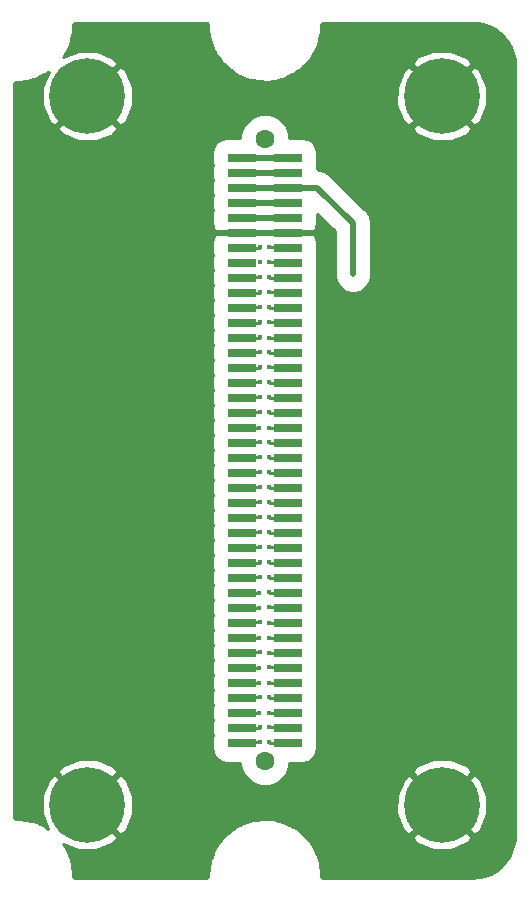
<source format=gbr>
G04 #@! TF.GenerationSoftware,KiCad,Pcbnew,(5.0.0-rc2-dev-107-g49486b83b)*
G04 #@! TF.CreationDate,2018-03-18T11:38:35+08:00*
G04 #@! TF.ProjectId,ebox-i2c-eeprom,65626F782D6932632D656570726F6D2E,rev?*
G04 #@! TF.SameCoordinates,Original*
G04 #@! TF.FileFunction,Copper,L1,Top,Signal*
G04 #@! TF.FilePolarity,Positive*
%FSLAX46Y46*%
G04 Gerber Fmt 4.6, Leading zero omitted, Abs format (unit mm)*
G04 Created by KiCad (PCBNEW (5.0.0-rc2-dev-107-g49486b83b)) date 03/18/18 11:38:35*
%MOMM*%
%LPD*%
G01*
G04 APERTURE LIST*
%ADD10C,1.600000*%
%ADD11R,2.400000X0.740000*%
%ADD12C,0.800000*%
%ADD13C,6.400000*%
%ADD14C,0.400000*%
%ADD15C,0.200000*%
%ADD16C,0.500000*%
%ADD17C,0.250000*%
%ADD18C,0.254000*%
G04 APERTURE END LIST*
D10*
X22500000Y-63839800D03*
X22512700Y-11122100D03*
D11*
X20550000Y-12735000D03*
X24450000Y-12735000D03*
X20550000Y-14005000D03*
X24450000Y-14005000D03*
X20550000Y-15275000D03*
X24450000Y-15275000D03*
X20550000Y-16545000D03*
X24450000Y-16545000D03*
X20550000Y-17815000D03*
X24450000Y-17815000D03*
X20550000Y-19085000D03*
X24450000Y-19085000D03*
X20550000Y-20355000D03*
X24450000Y-20355000D03*
X20550000Y-21625000D03*
X24450000Y-21625000D03*
X20550000Y-22895000D03*
X24450000Y-22895000D03*
X20550000Y-24165000D03*
X24450000Y-24165000D03*
X20550000Y-25435000D03*
X24450000Y-25435000D03*
X20550000Y-26705000D03*
X24450000Y-26705000D03*
X20550000Y-27975000D03*
X24450000Y-27975000D03*
X20550000Y-29245000D03*
X24450000Y-29245000D03*
X20550000Y-30515000D03*
X24450000Y-30515000D03*
X20550000Y-31785000D03*
X24450000Y-31785000D03*
X20550000Y-33055000D03*
X24450000Y-33055000D03*
X20550000Y-34325000D03*
X24450000Y-34325000D03*
X20550000Y-35595000D03*
X24450000Y-35595000D03*
X20550000Y-36865000D03*
X24450000Y-36865000D03*
X20550000Y-38135000D03*
X24450000Y-38135000D03*
X20550000Y-39405000D03*
X24450000Y-39405000D03*
X20550000Y-40675000D03*
X24450000Y-40675000D03*
X20550000Y-41945000D03*
X24450000Y-41945000D03*
X20550000Y-43215000D03*
X24450000Y-43215000D03*
X20550000Y-44485000D03*
X24450000Y-44485000D03*
X20550000Y-45755000D03*
X24450000Y-45755000D03*
X20550000Y-47025000D03*
X24450000Y-47025000D03*
X20550000Y-48295000D03*
X24450000Y-48295000D03*
X20550000Y-49565000D03*
X24450000Y-49565000D03*
X20550000Y-50835000D03*
X24450000Y-50835000D03*
X20550000Y-52105000D03*
X24450000Y-52105000D03*
X20550000Y-53375000D03*
X24450000Y-53375000D03*
X20550000Y-54645000D03*
X24450000Y-54645000D03*
X20550000Y-55915000D03*
X24450000Y-55915000D03*
X20550000Y-57185000D03*
X24450000Y-57185000D03*
X20550000Y-58455000D03*
X24450000Y-58455000D03*
X20550000Y-59725000D03*
X24450000Y-59725000D03*
X20550000Y-60995000D03*
X24450000Y-60995000D03*
X20550000Y-62265000D03*
X24450000Y-62265000D03*
D10*
X22500000Y-63839800D03*
X22500000Y-11122100D03*
D12*
X9197056Y-5802944D03*
X7500000Y-5100000D03*
X5802944Y-5802944D03*
X5100000Y-7500000D03*
X5802944Y-9197056D03*
X7500000Y-9900000D03*
X9197056Y-9197056D03*
X9900000Y-7500000D03*
D13*
X7500000Y-7500000D03*
D12*
X39197056Y-5802944D03*
X37500000Y-5100000D03*
X35802944Y-5802944D03*
X35100000Y-7500000D03*
X35802944Y-9197056D03*
X37500000Y-9900000D03*
X39197056Y-9197056D03*
X39900000Y-7500000D03*
D13*
X37500000Y-7500000D03*
D12*
X9197056Y-65802944D03*
X7500000Y-65100000D03*
X5802944Y-65802944D03*
X5100000Y-67500000D03*
X5802944Y-69197056D03*
X7500000Y-69900000D03*
X9197056Y-69197056D03*
X9900000Y-67500000D03*
D13*
X7500000Y-67500000D03*
D12*
X39197056Y-65802944D03*
X37500000Y-65100000D03*
X35802944Y-65802944D03*
X35100000Y-67500000D03*
X35802944Y-69197056D03*
X37500000Y-69900000D03*
X39197056Y-69197056D03*
X39900000Y-67500000D03*
D13*
X37500000Y-67500000D03*
D14*
X22860000Y-19050000D03*
X22860000Y-17780000D03*
X22860000Y-16510000D03*
X22860000Y-15240000D03*
X22860000Y-13970000D03*
X22860000Y-12700000D03*
X22098000Y-19050000D03*
X22098000Y-17780000D03*
X22098000Y-16510000D03*
X22098000Y-15240000D03*
X22098000Y-13970000D03*
X22098000Y-12700000D03*
D15*
X31750000Y-59690000D03*
X31750000Y-50800000D03*
X31750000Y-39370000D03*
X31750000Y-27940000D03*
X36830000Y-59690000D03*
X36830000Y-50800000D03*
X36830000Y-39370000D03*
X36830000Y-27940000D03*
X36830000Y-20320000D03*
X41910000Y-59690000D03*
X41910000Y-50800000D03*
X41910000Y-39370000D03*
X41910000Y-27940000D03*
X41910000Y-20320000D03*
X31750000Y-12700000D03*
X36830000Y-12700000D03*
X41910000Y-12700000D03*
X13970000Y-59690000D03*
X13970000Y-49530000D03*
X13970000Y-39370000D03*
X13970000Y-27940000D03*
X13970000Y-20320000D03*
X13970000Y-12700000D03*
X8890000Y-12700000D03*
X8890000Y-20320000D03*
X8890000Y-27940000D03*
X8890000Y-39370000D03*
X8890000Y-49530000D03*
X8890000Y-59690000D03*
X3810000Y-59690000D03*
X3810000Y-49530000D03*
X3810000Y-39370000D03*
X3810000Y-27940000D03*
X3810000Y-20320000D03*
X3810000Y-12700000D03*
D14*
X29972000Y-21336000D03*
X29972000Y-21336000D03*
X29972000Y-18288000D03*
X22098000Y-21590000D03*
X22098000Y-20320000D03*
X22860000Y-20320000D03*
X22860000Y-21590000D03*
X22098000Y-22860000D03*
X22860000Y-22860000D03*
X22098000Y-24130000D03*
X22860000Y-24130000D03*
X22098000Y-25400000D03*
X22860000Y-25400000D03*
X22098000Y-26670000D03*
X22860000Y-26670000D03*
X22098000Y-27940000D03*
X22895000Y-27975000D03*
X22098000Y-29210000D03*
X22860000Y-29210000D03*
X22098000Y-30480000D03*
X22860000Y-30480000D03*
X22098000Y-31750000D03*
X22860000Y-31750000D03*
X22098000Y-33020000D03*
X22860000Y-33020000D03*
X22098000Y-34290000D03*
X22860000Y-34290000D03*
X22063000Y-35595000D03*
X22895000Y-35595000D03*
X22098000Y-36830000D03*
X22860000Y-36830000D03*
X22098000Y-38100000D03*
X22860000Y-38100000D03*
X22098000Y-39370000D03*
X22860000Y-39370000D03*
X22098000Y-40640000D03*
X22860000Y-40640000D03*
X22098000Y-41910000D03*
X22860000Y-41910000D03*
X22098000Y-43180000D03*
X22860000Y-43180000D03*
X22098000Y-44450000D03*
X22860000Y-44450000D03*
X22098000Y-45720000D03*
X22860000Y-45720000D03*
X22098000Y-46990000D03*
X22860000Y-46990000D03*
X22098000Y-48260000D03*
X22860000Y-48260000D03*
X22063000Y-49565000D03*
X22860000Y-49530000D03*
X22063000Y-50835000D03*
X22860000Y-50800000D03*
X22098000Y-52070000D03*
X22895000Y-52105000D03*
X22063000Y-53375000D03*
X22895000Y-53375000D03*
X22098000Y-54610000D03*
X22895000Y-54645000D03*
X22063000Y-55915000D03*
X22860000Y-55880000D03*
X22063000Y-57185000D03*
X22895000Y-57185000D03*
X22098000Y-58420000D03*
X22860000Y-58420000D03*
X22063000Y-59725000D03*
X22895000Y-59725000D03*
X22895000Y-59725000D03*
X22098000Y-60960000D03*
X22860000Y-60960000D03*
X22098000Y-62230000D03*
X22860000Y-62230000D03*
X29972000Y-22606000D03*
X29972000Y-21336000D03*
D16*
X20550000Y-12735000D02*
X24450000Y-12735000D01*
X24450000Y-14005000D02*
X20550000Y-14005000D01*
X24450000Y-16545000D02*
X20550000Y-16545000D01*
X20550000Y-17815000D02*
X24450000Y-17815000D01*
X24450000Y-19085000D02*
X27905000Y-19085000D01*
X20550000Y-19085000D02*
X17815000Y-19085000D01*
X24450000Y-19085000D02*
X20550000Y-19085000D01*
X24450000Y-15275000D02*
X26959000Y-15275000D01*
X26959000Y-15275000D02*
X29972000Y-18288000D01*
X29972000Y-22606000D02*
X29972000Y-18288000D01*
X20550000Y-15275000D02*
X24450000Y-15275000D01*
D17*
X22063000Y-20355000D02*
X22098000Y-20320000D01*
X20550000Y-20355000D02*
X22063000Y-20355000D01*
X22860000Y-20320000D02*
X24415000Y-20320000D01*
X24415000Y-20320000D02*
X24450000Y-20355000D01*
X22860000Y-21590000D02*
X24415000Y-21590000D01*
X24415000Y-21590000D02*
X24450000Y-21625000D01*
X22098000Y-22860000D02*
X20585000Y-22860000D01*
X20585000Y-22860000D02*
X20550000Y-22895000D01*
X22895000Y-22895000D02*
X22860000Y-22860000D01*
X24450000Y-22895000D02*
X22895000Y-22895000D01*
X22063000Y-24165000D02*
X22098000Y-24130000D01*
X20550000Y-24165000D02*
X22063000Y-24165000D01*
X22860000Y-24130000D02*
X24415000Y-24130000D01*
X24415000Y-24130000D02*
X24450000Y-24165000D01*
X22098000Y-25400000D02*
X20585000Y-25400000D01*
X20585000Y-25400000D02*
X20550000Y-25435000D01*
X22895000Y-25435000D02*
X22860000Y-25400000D01*
X24450000Y-25435000D02*
X22895000Y-25435000D01*
X22063000Y-26705000D02*
X22098000Y-26670000D01*
X20550000Y-26705000D02*
X22063000Y-26705000D01*
X22860000Y-26670000D02*
X24415000Y-26670000D01*
X24415000Y-26670000D02*
X24450000Y-26705000D01*
X22063000Y-27975000D02*
X22098000Y-27940000D01*
X20550000Y-27975000D02*
X22063000Y-27975000D01*
X24450000Y-27975000D02*
X22895000Y-27975000D01*
X22098000Y-29210000D02*
X20585000Y-29210000D01*
X20585000Y-29210000D02*
X20550000Y-29245000D01*
X22895000Y-29245000D02*
X22860000Y-29210000D01*
X24450000Y-29245000D02*
X22895000Y-29245000D01*
X22063000Y-30515000D02*
X22098000Y-30480000D01*
X20550000Y-30515000D02*
X22063000Y-30515000D01*
X22860000Y-30480000D02*
X24415000Y-30480000D01*
X24415000Y-30480000D02*
X24450000Y-30515000D01*
X22098000Y-31750000D02*
X20585000Y-31750000D01*
X20585000Y-31750000D02*
X20550000Y-31785000D01*
X22895000Y-31785000D02*
X22860000Y-31750000D01*
X24450000Y-31785000D02*
X22895000Y-31785000D01*
X22098000Y-33020000D02*
X20585000Y-33020000D01*
X20585000Y-33020000D02*
X20550000Y-33055000D01*
X22895000Y-33055000D02*
X22860000Y-33020000D01*
X24450000Y-33055000D02*
X22895000Y-33055000D01*
X22098000Y-34290000D02*
X20585000Y-34290000D01*
X20585000Y-34290000D02*
X20550000Y-34325000D01*
X22895000Y-34325000D02*
X22860000Y-34290000D01*
X24450000Y-34325000D02*
X22895000Y-34325000D01*
X20550000Y-35595000D02*
X22063000Y-35595000D01*
X24450000Y-35595000D02*
X22895000Y-35595000D01*
X22098000Y-36830000D02*
X20585000Y-36830000D01*
X20585000Y-36830000D02*
X20550000Y-36865000D01*
X22895000Y-36865000D02*
X22860000Y-36830000D01*
X24450000Y-36865000D02*
X22895000Y-36865000D01*
X22098000Y-38100000D02*
X20585000Y-38100000D01*
X20585000Y-38100000D02*
X20550000Y-38135000D01*
X22895000Y-38135000D02*
X22860000Y-38100000D01*
X24450000Y-38135000D02*
X22895000Y-38135000D01*
X22098000Y-39370000D02*
X20585000Y-39370000D01*
X20585000Y-39370000D02*
X20550000Y-39405000D01*
X22895000Y-39405000D02*
X22860000Y-39370000D01*
X24450000Y-39405000D02*
X22895000Y-39405000D01*
X22098000Y-40640000D02*
X20585000Y-40640000D01*
X20585000Y-40640000D02*
X20550000Y-40675000D01*
X22895000Y-40675000D02*
X22860000Y-40640000D01*
X24450000Y-40675000D02*
X22895000Y-40675000D01*
X22098000Y-41910000D02*
X20585000Y-41910000D01*
X20585000Y-41910000D02*
X20550000Y-41945000D01*
X22895000Y-41945000D02*
X22860000Y-41910000D01*
X24450000Y-41945000D02*
X22895000Y-41945000D01*
X22098000Y-43180000D02*
X20585000Y-43180000D01*
X20585000Y-43180000D02*
X20550000Y-43215000D01*
X22895000Y-43215000D02*
X22860000Y-43180000D01*
X24450000Y-43215000D02*
X22895000Y-43215000D01*
X22098000Y-44450000D02*
X20585000Y-44450000D01*
X20585000Y-44450000D02*
X20550000Y-44485000D01*
X22895000Y-44485000D02*
X22860000Y-44450000D01*
X24450000Y-44485000D02*
X22895000Y-44485000D01*
X22098000Y-45720000D02*
X20585000Y-45720000D01*
X20585000Y-45720000D02*
X20550000Y-45755000D01*
X22860000Y-45720000D02*
X24415000Y-45720000D01*
X24415000Y-45720000D02*
X24450000Y-45755000D01*
X22063000Y-47025000D02*
X22098000Y-46990000D01*
X20550000Y-47025000D02*
X22063000Y-47025000D01*
X22895000Y-47025000D02*
X22860000Y-46990000D01*
X24450000Y-47025000D02*
X22895000Y-47025000D01*
X22098000Y-48260000D02*
X20585000Y-48260000D01*
X20585000Y-48260000D02*
X20550000Y-48295000D01*
X22895000Y-48295000D02*
X22860000Y-48260000D01*
X24450000Y-48295000D02*
X22895000Y-48295000D01*
X20550000Y-49565000D02*
X22063000Y-49565000D01*
X22895000Y-49565000D02*
X22860000Y-49530000D01*
X24450000Y-49565000D02*
X22895000Y-49565000D01*
X20550000Y-50835000D02*
X22063000Y-50835000D01*
X22860000Y-50800000D02*
X24415000Y-50800000D01*
X24415000Y-50800000D02*
X24450000Y-50835000D01*
X22098000Y-52070000D02*
X20585000Y-52070000D01*
X20585000Y-52070000D02*
X20550000Y-52105000D01*
X24450000Y-52105000D02*
X22895000Y-52105000D01*
X20550000Y-53375000D02*
X22063000Y-53375000D01*
X22895000Y-53375000D02*
X24450000Y-53375000D01*
X22098000Y-54610000D02*
X20585000Y-54610000D01*
X20585000Y-54610000D02*
X20550000Y-54645000D01*
X24450000Y-54645000D02*
X22895000Y-54645000D01*
X20550000Y-55915000D02*
X22063000Y-55915000D01*
X22860000Y-55880000D02*
X24415000Y-55880000D01*
X24415000Y-55880000D02*
X24450000Y-55915000D01*
X20550000Y-57185000D02*
X22063000Y-57185000D01*
X22895000Y-57185000D02*
X24450000Y-57185000D01*
X22098000Y-58420000D02*
X20585000Y-58420000D01*
X20585000Y-58420000D02*
X20550000Y-58455000D01*
X22895000Y-58455000D02*
X22860000Y-58420000D01*
X24450000Y-58455000D02*
X22895000Y-58455000D01*
X20550000Y-59725000D02*
X22063000Y-59725000D01*
X24450000Y-59725000D02*
X22895000Y-59725000D01*
X22063000Y-60995000D02*
X22098000Y-60960000D01*
X20550000Y-60995000D02*
X22063000Y-60995000D01*
X22860000Y-60960000D02*
X24415000Y-60960000D01*
X24415000Y-60960000D02*
X24450000Y-60995000D01*
X22098000Y-62230000D02*
X20585000Y-62230000D01*
X20585000Y-62230000D02*
X20550000Y-62265000D01*
X22895000Y-62265000D02*
X22860000Y-62230000D01*
X24450000Y-62265000D02*
X22895000Y-62265000D01*
X29972000Y-22606000D02*
X29972000Y-18542000D01*
D18*
G36*
X17529206Y-1292185D02*
X17557849Y-1298273D01*
X17585351Y-1308283D01*
X17611212Y-1322034D01*
X17634892Y-1339239D01*
X17655952Y-1359576D01*
X17673980Y-1382651D01*
X17688618Y-1408004D01*
X17699588Y-1435155D01*
X17706669Y-1463556D01*
X17713784Y-1531253D01*
X17713784Y-1544917D01*
X17722310Y-1789065D01*
X17724661Y-1811433D01*
X17724661Y-1833923D01*
X17734051Y-1923262D01*
X17802008Y-2406805D01*
X17811351Y-2450761D01*
X17817607Y-2495274D01*
X17839336Y-2582421D01*
X17839339Y-2582435D01*
X17839340Y-2582437D01*
X17973933Y-3051817D01*
X17989300Y-3094039D01*
X18001691Y-3137250D01*
X18035343Y-3220541D01*
X18233950Y-3666620D01*
X18255049Y-3706301D01*
X18273330Y-3747361D01*
X18318246Y-3825158D01*
X18577004Y-4239256D01*
X18603422Y-4275617D01*
X18627236Y-4313727D01*
X18682541Y-4384515D01*
X18996411Y-4758571D01*
X19027628Y-4790896D01*
X19056519Y-4825328D01*
X19121139Y-4887730D01*
X19484013Y-5214465D01*
X19519432Y-5242137D01*
X19552829Y-5272208D01*
X19625504Y-5325010D01*
X20030319Y-5598061D01*
X20069246Y-5620535D01*
X20106501Y-5645664D01*
X20185818Y-5687838D01*
X20624695Y-5901892D01*
X20666366Y-5918728D01*
X20706757Y-5938428D01*
X20791171Y-5969152D01*
X21255567Y-6120044D01*
X21299173Y-6130916D01*
X21341918Y-6144805D01*
X21429787Y-6163482D01*
X21910663Y-6248274D01*
X21955354Y-6252971D01*
X21999622Y-6260777D01*
X22089229Y-6267043D01*
X22089235Y-6267043D01*
X22577233Y-6284084D01*
X22622149Y-6282516D01*
X22667064Y-6284084D01*
X22756677Y-6277818D01*
X23242298Y-6226777D01*
X23286556Y-6218973D01*
X23331254Y-6214275D01*
X23419122Y-6195598D01*
X23892912Y-6077469D01*
X23935657Y-6063580D01*
X23979264Y-6052708D01*
X24063661Y-6021989D01*
X24063677Y-6021984D01*
X24063684Y-6021981D01*
X24516418Y-5839064D01*
X24556804Y-5819366D01*
X24598481Y-5802528D01*
X24677798Y-5760354D01*
X25100674Y-5516207D01*
X25137931Y-5491077D01*
X25176857Y-5468603D01*
X25249532Y-5415801D01*
X25634314Y-5115176D01*
X25667706Y-5085110D01*
X25703127Y-5057436D01*
X25767746Y-4995033D01*
X25995594Y-4759090D01*
X34938695Y-4759090D01*
X37500000Y-7320395D01*
X40061305Y-4759090D01*
X39694360Y-4263657D01*
X38288829Y-3670264D01*
X36763207Y-3659913D01*
X35349754Y-4234181D01*
X35305640Y-4263657D01*
X34938695Y-4759090D01*
X25995594Y-4759090D01*
X26106946Y-4643783D01*
X26135835Y-4609354D01*
X26167057Y-4577023D01*
X26222363Y-4506234D01*
X26509374Y-4111195D01*
X26533191Y-4073080D01*
X26559605Y-4036724D01*
X26604521Y-3958928D01*
X26833762Y-3527789D01*
X26852040Y-3486737D01*
X26873142Y-3447049D01*
X26906793Y-3363759D01*
X27073800Y-2904912D01*
X27086188Y-2861709D01*
X27101560Y-2819476D01*
X27123292Y-2732313D01*
X27224814Y-2254688D01*
X27231068Y-2210187D01*
X27240413Y-2166223D01*
X27249803Y-2076883D01*
X27283865Y-1589778D01*
X27283865Y-1589776D01*
X27292185Y-1470794D01*
X27298273Y-1442151D01*
X27308283Y-1414649D01*
X27322034Y-1388788D01*
X27339239Y-1365108D01*
X27359576Y-1344048D01*
X27382651Y-1326020D01*
X27408004Y-1311382D01*
X27435155Y-1300412D01*
X27463556Y-1293331D01*
X27523793Y-1287000D01*
X39955055Y-1287000D01*
X40516312Y-1326247D01*
X41022579Y-1433858D01*
X41508935Y-1610877D01*
X41965924Y-1853862D01*
X42384651Y-2158085D01*
X42756963Y-2517623D01*
X43075614Y-2925477D01*
X43334399Y-3373708D01*
X43528283Y-3853586D01*
X43653496Y-4355791D01*
X43711131Y-4904149D01*
X43713000Y-5011235D01*
X43713001Y-69955041D01*
X43673753Y-70516313D01*
X43566144Y-71022573D01*
X43389123Y-71508936D01*
X43146138Y-71965924D01*
X42841917Y-72384648D01*
X42482379Y-72756961D01*
X42074526Y-73075611D01*
X41626296Y-73334397D01*
X41146411Y-73528284D01*
X40644211Y-73653496D01*
X40095850Y-73711131D01*
X39988766Y-73713000D01*
X27544945Y-73713000D01*
X27470795Y-73707815D01*
X27442152Y-73701727D01*
X27414647Y-73691716D01*
X27388789Y-73677967D01*
X27365109Y-73660763D01*
X27344044Y-73640420D01*
X27326021Y-73617351D01*
X27311383Y-73591997D01*
X27300412Y-73564844D01*
X27293331Y-73536443D01*
X27286216Y-73468747D01*
X27286216Y-73455084D01*
X27277690Y-73210935D01*
X27275339Y-73188567D01*
X27275339Y-73166077D01*
X27265949Y-73076738D01*
X27197992Y-72593195D01*
X27188649Y-72549239D01*
X27182393Y-72504726D01*
X27160661Y-72417563D01*
X27026067Y-71948183D01*
X27010700Y-71905961D01*
X26998309Y-71862750D01*
X26964657Y-71779459D01*
X26766050Y-71333380D01*
X26744951Y-71293699D01*
X26726670Y-71252639D01*
X26681754Y-71174842D01*
X26422996Y-70760744D01*
X26396576Y-70724380D01*
X26372764Y-70686273D01*
X26317458Y-70615485D01*
X26317457Y-70615483D01*
X26317452Y-70615478D01*
X26003589Y-70241429D01*
X26003088Y-70240910D01*
X34938695Y-70240910D01*
X35305640Y-70736343D01*
X36711171Y-71329736D01*
X38236793Y-71340087D01*
X39650246Y-70765819D01*
X39694360Y-70736343D01*
X40061305Y-70240910D01*
X37500000Y-67679605D01*
X34938695Y-70240910D01*
X26003088Y-70240910D01*
X25972371Y-70209102D01*
X25943481Y-70174672D01*
X25878861Y-70112270D01*
X25515987Y-69785536D01*
X25480574Y-69757868D01*
X25447171Y-69727792D01*
X25374496Y-69674990D01*
X24969681Y-69401939D01*
X24930754Y-69379465D01*
X24893499Y-69354336D01*
X24814182Y-69312162D01*
X24375305Y-69098108D01*
X24333634Y-69081272D01*
X24293243Y-69061572D01*
X24208829Y-69030848D01*
X23744433Y-68879956D01*
X23700827Y-68869084D01*
X23658082Y-68855195D01*
X23570213Y-68836518D01*
X23089336Y-68751726D01*
X23044645Y-68747029D01*
X23000377Y-68739223D01*
X22910771Y-68732957D01*
X22910765Y-68732957D01*
X22422767Y-68715916D01*
X22377851Y-68717484D01*
X22332936Y-68715916D01*
X22243323Y-68722182D01*
X21757702Y-68773223D01*
X21713444Y-68781027D01*
X21668746Y-68785725D01*
X21580877Y-68804402D01*
X21107088Y-68922531D01*
X21064342Y-68936420D01*
X21020736Y-68947292D01*
X20936322Y-68978016D01*
X20483582Y-69160936D01*
X20443196Y-69180634D01*
X20401519Y-69197472D01*
X20322202Y-69239646D01*
X19899326Y-69483793D01*
X19862072Y-69508921D01*
X19823144Y-69531396D01*
X19750468Y-69584198D01*
X19365686Y-69884824D01*
X19332287Y-69914896D01*
X19296874Y-69942564D01*
X19232254Y-70004966D01*
X18893055Y-70356217D01*
X18864166Y-70390645D01*
X18832943Y-70422978D01*
X18777637Y-70493766D01*
X18490625Y-70888806D01*
X18466808Y-70926922D01*
X18440395Y-70963276D01*
X18395479Y-71041073D01*
X18166238Y-71472211D01*
X18147961Y-71513262D01*
X18126858Y-71552951D01*
X18093207Y-71636241D01*
X17926200Y-72095088D01*
X17913813Y-72138288D01*
X17898440Y-72180524D01*
X17876708Y-72267688D01*
X17775186Y-72745312D01*
X17768931Y-72789816D01*
X17759587Y-72833778D01*
X17750197Y-72923117D01*
X17716135Y-73410223D01*
X17707815Y-73529205D01*
X17701727Y-73557848D01*
X17691716Y-73585353D01*
X17677967Y-73611211D01*
X17660763Y-73634891D01*
X17640420Y-73655956D01*
X17617351Y-73673979D01*
X17591997Y-73688617D01*
X17564844Y-73699588D01*
X17536443Y-73706669D01*
X17476206Y-73713000D01*
X6544945Y-73713000D01*
X6470795Y-73707815D01*
X6442152Y-73701727D01*
X6414647Y-73691716D01*
X6388789Y-73677967D01*
X6365109Y-73660763D01*
X6344044Y-73640420D01*
X6326021Y-73617351D01*
X6311383Y-73591997D01*
X6300412Y-73564844D01*
X6293331Y-73536443D01*
X6286737Y-73473705D01*
X6284672Y-73355392D01*
X6283691Y-73344182D01*
X6284084Y-73332936D01*
X6277818Y-73243323D01*
X6226777Y-72757702D01*
X6218973Y-72713444D01*
X6214275Y-72668746D01*
X6195598Y-72580877D01*
X6077469Y-72107088D01*
X6063580Y-72064342D01*
X6052708Y-72020736D01*
X6021984Y-71936322D01*
X5839064Y-71483582D01*
X5819366Y-71443196D01*
X5802528Y-71401519D01*
X5760354Y-71322202D01*
X5516207Y-70899326D01*
X5491079Y-70862072D01*
X5468604Y-70823144D01*
X5449740Y-70797180D01*
X6711171Y-71329736D01*
X8236793Y-71340087D01*
X9650246Y-70765819D01*
X9694360Y-70736343D01*
X10061305Y-70240910D01*
X7500000Y-67679605D01*
X7485858Y-67693748D01*
X7306253Y-67514143D01*
X7320395Y-67500000D01*
X7679605Y-67500000D01*
X10240910Y-70061305D01*
X10736343Y-69694360D01*
X11329736Y-68288829D01*
X11330089Y-68236793D01*
X33659913Y-68236793D01*
X34234181Y-69650246D01*
X34263657Y-69694360D01*
X34759090Y-70061305D01*
X37320395Y-67500000D01*
X37679605Y-67500000D01*
X40240910Y-70061305D01*
X40736343Y-69694360D01*
X41329736Y-68288829D01*
X41340087Y-66763207D01*
X40765819Y-65349754D01*
X40736343Y-65305640D01*
X40240910Y-64938695D01*
X37679605Y-67500000D01*
X37320395Y-67500000D01*
X34759090Y-64938695D01*
X34263657Y-65305640D01*
X33670264Y-66711171D01*
X33659913Y-68236793D01*
X11330089Y-68236793D01*
X11340087Y-66763207D01*
X10765819Y-65349754D01*
X10736343Y-65305640D01*
X10240910Y-64938695D01*
X7679605Y-67500000D01*
X7320395Y-67500000D01*
X4759090Y-64938695D01*
X4263657Y-65305640D01*
X3670264Y-66711171D01*
X3659913Y-68236793D01*
X4193676Y-69550552D01*
X4111194Y-69490625D01*
X4073078Y-69466808D01*
X4036724Y-69440395D01*
X3958927Y-69395479D01*
X3958924Y-69395477D01*
X3958919Y-69395475D01*
X3527789Y-69166238D01*
X3486738Y-69147961D01*
X3447049Y-69126858D01*
X3363759Y-69093207D01*
X2904912Y-68926200D01*
X2861712Y-68913813D01*
X2819476Y-68898440D01*
X2732327Y-68876712D01*
X2732314Y-68876708D01*
X2732308Y-68876707D01*
X2254688Y-68775186D01*
X2210184Y-68768931D01*
X2166222Y-68759587D01*
X2076883Y-68750197D01*
X1589777Y-68716135D01*
X1470795Y-68707815D01*
X1442152Y-68701727D01*
X1414647Y-68691716D01*
X1388789Y-68677967D01*
X1365109Y-68660763D01*
X1344044Y-68640420D01*
X1326021Y-68617351D01*
X1311383Y-68591997D01*
X1300412Y-68564844D01*
X1293331Y-68536443D01*
X1287000Y-68476206D01*
X1287000Y-64759090D01*
X4938695Y-64759090D01*
X7500000Y-67320395D01*
X10061305Y-64759090D01*
X9694360Y-64263657D01*
X8288829Y-63670264D01*
X6763207Y-63659913D01*
X5349754Y-64234181D01*
X5305640Y-64263657D01*
X4938695Y-64759090D01*
X1287000Y-64759090D01*
X1287000Y-12365000D01*
X18037787Y-12365000D01*
X18037787Y-13105000D01*
X18090499Y-13370000D01*
X18037787Y-13635000D01*
X18037787Y-14375000D01*
X18090499Y-14640000D01*
X18037787Y-14905000D01*
X18037787Y-15645000D01*
X18090499Y-15910000D01*
X18037787Y-16175000D01*
X18037787Y-16915000D01*
X18090499Y-17180000D01*
X18037787Y-17445000D01*
X18037787Y-18185000D01*
X18137673Y-18687162D01*
X18403500Y-19085000D01*
X18137673Y-19482838D01*
X18037787Y-19985000D01*
X18037787Y-20725000D01*
X18090499Y-20990000D01*
X18037787Y-21255000D01*
X18037787Y-21995000D01*
X18090499Y-22260000D01*
X18037787Y-22525000D01*
X18037787Y-23265000D01*
X18090499Y-23530000D01*
X18037787Y-23795000D01*
X18037787Y-24535000D01*
X18090499Y-24800000D01*
X18037787Y-25065000D01*
X18037787Y-25805000D01*
X18090499Y-26070000D01*
X18037787Y-26335000D01*
X18037787Y-27075000D01*
X18090499Y-27340000D01*
X18037787Y-27605000D01*
X18037787Y-28345000D01*
X18090499Y-28610000D01*
X18037787Y-28875000D01*
X18037787Y-29615000D01*
X18090499Y-29880000D01*
X18037787Y-30145000D01*
X18037787Y-30885000D01*
X18090499Y-31150000D01*
X18037787Y-31415000D01*
X18037787Y-32155000D01*
X18090499Y-32420000D01*
X18037787Y-32685000D01*
X18037787Y-33425000D01*
X18090499Y-33690000D01*
X18037787Y-33955000D01*
X18037787Y-34695000D01*
X18090499Y-34960000D01*
X18037787Y-35225000D01*
X18037787Y-35965000D01*
X18090499Y-36230000D01*
X18037787Y-36495000D01*
X18037787Y-37235000D01*
X18090499Y-37500000D01*
X18037787Y-37765000D01*
X18037787Y-38505000D01*
X18090499Y-38770000D01*
X18037787Y-39035000D01*
X18037787Y-39775000D01*
X18090499Y-40040000D01*
X18037787Y-40305000D01*
X18037787Y-41045000D01*
X18090499Y-41310000D01*
X18037787Y-41575000D01*
X18037787Y-42315000D01*
X18090499Y-42580000D01*
X18037787Y-42845000D01*
X18037787Y-43585000D01*
X18090499Y-43850000D01*
X18037787Y-44115000D01*
X18037787Y-44855000D01*
X18090499Y-45120000D01*
X18037787Y-45385000D01*
X18037787Y-46125000D01*
X18090499Y-46390000D01*
X18037787Y-46655000D01*
X18037787Y-47395000D01*
X18090499Y-47660000D01*
X18037787Y-47925000D01*
X18037787Y-48665000D01*
X18090499Y-48930000D01*
X18037787Y-49195000D01*
X18037787Y-49935000D01*
X18090499Y-50200000D01*
X18037787Y-50465000D01*
X18037787Y-51205000D01*
X18090499Y-51470000D01*
X18037787Y-51735000D01*
X18037787Y-52475000D01*
X18090499Y-52740000D01*
X18037787Y-53005000D01*
X18037787Y-53745000D01*
X18090499Y-54010000D01*
X18037787Y-54275000D01*
X18037787Y-55015000D01*
X18090499Y-55280000D01*
X18037787Y-55545000D01*
X18037787Y-56285000D01*
X18090499Y-56550000D01*
X18037787Y-56815000D01*
X18037787Y-57555000D01*
X18090499Y-57820000D01*
X18037787Y-58085000D01*
X18037787Y-58825000D01*
X18090499Y-59090000D01*
X18037787Y-59355000D01*
X18037787Y-60095000D01*
X18090499Y-60360000D01*
X18037787Y-60625000D01*
X18037787Y-61365000D01*
X18090499Y-61630000D01*
X18037787Y-61895000D01*
X18037787Y-62635000D01*
X18137673Y-63137162D01*
X18422125Y-63562875D01*
X18847838Y-63847327D01*
X19350000Y-63947213D01*
X20413000Y-63947213D01*
X20413000Y-64254930D01*
X20730727Y-65021991D01*
X21317809Y-65609073D01*
X22084870Y-65926800D01*
X22915130Y-65926800D01*
X23682191Y-65609073D01*
X24269273Y-65021991D01*
X24378170Y-64759090D01*
X34938695Y-64759090D01*
X37500000Y-67320395D01*
X40061305Y-64759090D01*
X39694360Y-64263657D01*
X38288829Y-63670264D01*
X36763207Y-63659913D01*
X35349754Y-64234181D01*
X35305640Y-64263657D01*
X34938695Y-64759090D01*
X24378170Y-64759090D01*
X24587000Y-64254930D01*
X24587000Y-63947213D01*
X25650000Y-63947213D01*
X26152162Y-63847327D01*
X26577875Y-63562875D01*
X26862327Y-63137162D01*
X26962213Y-62635000D01*
X26962213Y-61895000D01*
X26909501Y-61630000D01*
X26962213Y-61365000D01*
X26962213Y-60625000D01*
X26909501Y-60360000D01*
X26962213Y-60095000D01*
X26962213Y-59355000D01*
X26909501Y-59090000D01*
X26962213Y-58825000D01*
X26962213Y-58085000D01*
X26909501Y-57820000D01*
X26962213Y-57555000D01*
X26962213Y-56815000D01*
X26909501Y-56550000D01*
X26962213Y-56285000D01*
X26962213Y-55545000D01*
X26909501Y-55280000D01*
X26962213Y-55015000D01*
X26962213Y-54275000D01*
X26909501Y-54010000D01*
X26962213Y-53745000D01*
X26962213Y-53005000D01*
X26909501Y-52740000D01*
X26962213Y-52475000D01*
X26962213Y-51735000D01*
X26909501Y-51470000D01*
X26962213Y-51205000D01*
X26962213Y-50465000D01*
X26909501Y-50200000D01*
X26962213Y-49935000D01*
X26962213Y-49195000D01*
X26909501Y-48930000D01*
X26962213Y-48665000D01*
X26962213Y-47925000D01*
X26909501Y-47660000D01*
X26962213Y-47395000D01*
X26962213Y-46655000D01*
X26909501Y-46390000D01*
X26962213Y-46125000D01*
X26962213Y-45385000D01*
X26909501Y-45120000D01*
X26962213Y-44855000D01*
X26962213Y-44115000D01*
X26909501Y-43850000D01*
X26962213Y-43585000D01*
X26962213Y-42845000D01*
X26909501Y-42580000D01*
X26962213Y-42315000D01*
X26962213Y-41575000D01*
X26909501Y-41310000D01*
X26962213Y-41045000D01*
X26962213Y-40305000D01*
X26909501Y-40040000D01*
X26962213Y-39775000D01*
X26962213Y-39035000D01*
X26909501Y-38770000D01*
X26962213Y-38505000D01*
X26962213Y-37765000D01*
X26909501Y-37500000D01*
X26962213Y-37235000D01*
X26962213Y-36495000D01*
X26909501Y-36230000D01*
X26962213Y-35965000D01*
X26962213Y-35225000D01*
X26909501Y-34960000D01*
X26962213Y-34695000D01*
X26962213Y-33955000D01*
X26909501Y-33690000D01*
X26962213Y-33425000D01*
X26962213Y-32685000D01*
X26909501Y-32420000D01*
X26962213Y-32155000D01*
X26962213Y-31415000D01*
X26909501Y-31150000D01*
X26962213Y-30885000D01*
X26962213Y-30145000D01*
X26909501Y-29880000D01*
X26962213Y-29615000D01*
X26962213Y-28875000D01*
X26909501Y-28610000D01*
X26962213Y-28345000D01*
X26962213Y-27605000D01*
X26909501Y-27340000D01*
X26962213Y-27075000D01*
X26962213Y-26335000D01*
X26909501Y-26070000D01*
X26962213Y-25805000D01*
X26962213Y-25065000D01*
X26909501Y-24800000D01*
X26962213Y-24535000D01*
X26962213Y-23795000D01*
X26909501Y-23530000D01*
X26962213Y-23265000D01*
X26962213Y-22525000D01*
X26909501Y-22260000D01*
X26962213Y-21995000D01*
X26962213Y-21255000D01*
X26909501Y-20990000D01*
X26962213Y-20725000D01*
X26962213Y-19985000D01*
X26862327Y-19482838D01*
X26596500Y-19085000D01*
X26862327Y-18687162D01*
X26962213Y-18185000D01*
X26962213Y-17451859D01*
X28435001Y-18924647D01*
X28435000Y-22757377D01*
X28524178Y-23205706D01*
X28863885Y-23714115D01*
X29372293Y-24053822D01*
X29972000Y-24173111D01*
X30571706Y-24053822D01*
X31080115Y-23714115D01*
X31419822Y-23205707D01*
X31509000Y-22757378D01*
X31509000Y-18439373D01*
X31539110Y-18287999D01*
X31509000Y-18136625D01*
X31509000Y-18136622D01*
X31419822Y-17688293D01*
X31310049Y-17524005D01*
X31165863Y-17308216D01*
X31080115Y-17179885D01*
X30951784Y-17094137D01*
X28152867Y-14295221D01*
X28067115Y-14166885D01*
X27558707Y-13827178D01*
X27110378Y-13738000D01*
X27110377Y-13738000D01*
X26962213Y-13708528D01*
X26962213Y-13635000D01*
X26909501Y-13370000D01*
X26962213Y-13105000D01*
X26962213Y-12365000D01*
X26862327Y-11862838D01*
X26577875Y-11437125D01*
X26152162Y-11152673D01*
X25650000Y-11052787D01*
X24599700Y-11052787D01*
X24599700Y-10706970D01*
X24406652Y-10240910D01*
X34938695Y-10240910D01*
X35305640Y-10736343D01*
X36711171Y-11329736D01*
X38236793Y-11340087D01*
X39650246Y-10765819D01*
X39694360Y-10736343D01*
X40061305Y-10240910D01*
X37500000Y-7679605D01*
X34938695Y-10240910D01*
X24406652Y-10240910D01*
X24281973Y-9939909D01*
X23694891Y-9352827D01*
X22927830Y-9035100D01*
X22084870Y-9035100D01*
X21317809Y-9352827D01*
X20730727Y-9939909D01*
X20413000Y-10706970D01*
X20413000Y-11052787D01*
X19350000Y-11052787D01*
X18847838Y-11152673D01*
X18422125Y-11437125D01*
X18137673Y-11862838D01*
X18037787Y-12365000D01*
X1287000Y-12365000D01*
X1287000Y-10240910D01*
X4938695Y-10240910D01*
X5305640Y-10736343D01*
X6711171Y-11329736D01*
X8236793Y-11340087D01*
X9650246Y-10765819D01*
X9694360Y-10736343D01*
X10061305Y-10240910D01*
X7500000Y-7679605D01*
X4938695Y-10240910D01*
X1287000Y-10240910D01*
X1287000Y-6544945D01*
X1292185Y-6470794D01*
X1298273Y-6442151D01*
X1308283Y-6414649D01*
X1322034Y-6388788D01*
X1339239Y-6365108D01*
X1359576Y-6344048D01*
X1382651Y-6326020D01*
X1408004Y-6311382D01*
X1435155Y-6300412D01*
X1463556Y-6293331D01*
X1526295Y-6286737D01*
X1644609Y-6284672D01*
X1655818Y-6283691D01*
X1667064Y-6284084D01*
X1756677Y-6277818D01*
X2242298Y-6226777D01*
X2286556Y-6218973D01*
X2331254Y-6214275D01*
X2419122Y-6195598D01*
X2892912Y-6077469D01*
X2935657Y-6063580D01*
X2979264Y-6052708D01*
X3063661Y-6021989D01*
X3063677Y-6021984D01*
X3063684Y-6021981D01*
X3516418Y-5839064D01*
X3556804Y-5819366D01*
X3598481Y-5802528D01*
X3677798Y-5760354D01*
X4100674Y-5516207D01*
X4137931Y-5491077D01*
X4176857Y-5468603D01*
X4202821Y-5449739D01*
X3670264Y-6711171D01*
X3659913Y-8236793D01*
X4234181Y-9650246D01*
X4263657Y-9694360D01*
X4759090Y-10061305D01*
X7320395Y-7500000D01*
X7679605Y-7500000D01*
X10240910Y-10061305D01*
X10736343Y-9694360D01*
X11329736Y-8288829D01*
X11330089Y-8236793D01*
X33659913Y-8236793D01*
X34234181Y-9650246D01*
X34263657Y-9694360D01*
X34759090Y-10061305D01*
X37320395Y-7500000D01*
X37679605Y-7500000D01*
X40240910Y-10061305D01*
X40736343Y-9694360D01*
X41329736Y-8288829D01*
X41340087Y-6763207D01*
X40765819Y-5349754D01*
X40736343Y-5305640D01*
X40240910Y-4938695D01*
X37679605Y-7500000D01*
X37320395Y-7500000D01*
X34759090Y-4938695D01*
X34263657Y-5305640D01*
X33670264Y-6711171D01*
X33659913Y-8236793D01*
X11330089Y-8236793D01*
X11340087Y-6763207D01*
X10765819Y-5349754D01*
X10736343Y-5305640D01*
X10240910Y-4938695D01*
X7679605Y-7500000D01*
X7320395Y-7500000D01*
X7306253Y-7485858D01*
X7485858Y-7306253D01*
X7500000Y-7320395D01*
X10061305Y-4759090D01*
X9694360Y-4263657D01*
X8288829Y-3670264D01*
X6763207Y-3659913D01*
X5449448Y-4193677D01*
X5509374Y-4111195D01*
X5533191Y-4073080D01*
X5559605Y-4036724D01*
X5604521Y-3958928D01*
X5833762Y-3527789D01*
X5852040Y-3486737D01*
X5873142Y-3447049D01*
X5906793Y-3363759D01*
X6073800Y-2904912D01*
X6086188Y-2861709D01*
X6101560Y-2819476D01*
X6123292Y-2732313D01*
X6224814Y-2254688D01*
X6231068Y-2210187D01*
X6240413Y-2166223D01*
X6249803Y-2076883D01*
X6283865Y-1589778D01*
X6283865Y-1589776D01*
X6292185Y-1470794D01*
X6298273Y-1442151D01*
X6308283Y-1414649D01*
X6322034Y-1388788D01*
X6339239Y-1365108D01*
X6359576Y-1344048D01*
X6382651Y-1326020D01*
X6408004Y-1311382D01*
X6435155Y-1300412D01*
X6463556Y-1293331D01*
X6523793Y-1287000D01*
X17455055Y-1287000D01*
X17529206Y-1292185D01*
X17529206Y-1292185D01*
G37*
X17529206Y-1292185D02*
X17557849Y-1298273D01*
X17585351Y-1308283D01*
X17611212Y-1322034D01*
X17634892Y-1339239D01*
X17655952Y-1359576D01*
X17673980Y-1382651D01*
X17688618Y-1408004D01*
X17699588Y-1435155D01*
X17706669Y-1463556D01*
X17713784Y-1531253D01*
X17713784Y-1544917D01*
X17722310Y-1789065D01*
X17724661Y-1811433D01*
X17724661Y-1833923D01*
X17734051Y-1923262D01*
X17802008Y-2406805D01*
X17811351Y-2450761D01*
X17817607Y-2495274D01*
X17839336Y-2582421D01*
X17839339Y-2582435D01*
X17839340Y-2582437D01*
X17973933Y-3051817D01*
X17989300Y-3094039D01*
X18001691Y-3137250D01*
X18035343Y-3220541D01*
X18233950Y-3666620D01*
X18255049Y-3706301D01*
X18273330Y-3747361D01*
X18318246Y-3825158D01*
X18577004Y-4239256D01*
X18603422Y-4275617D01*
X18627236Y-4313727D01*
X18682541Y-4384515D01*
X18996411Y-4758571D01*
X19027628Y-4790896D01*
X19056519Y-4825328D01*
X19121139Y-4887730D01*
X19484013Y-5214465D01*
X19519432Y-5242137D01*
X19552829Y-5272208D01*
X19625504Y-5325010D01*
X20030319Y-5598061D01*
X20069246Y-5620535D01*
X20106501Y-5645664D01*
X20185818Y-5687838D01*
X20624695Y-5901892D01*
X20666366Y-5918728D01*
X20706757Y-5938428D01*
X20791171Y-5969152D01*
X21255567Y-6120044D01*
X21299173Y-6130916D01*
X21341918Y-6144805D01*
X21429787Y-6163482D01*
X21910663Y-6248274D01*
X21955354Y-6252971D01*
X21999622Y-6260777D01*
X22089229Y-6267043D01*
X22089235Y-6267043D01*
X22577233Y-6284084D01*
X22622149Y-6282516D01*
X22667064Y-6284084D01*
X22756677Y-6277818D01*
X23242298Y-6226777D01*
X23286556Y-6218973D01*
X23331254Y-6214275D01*
X23419122Y-6195598D01*
X23892912Y-6077469D01*
X23935657Y-6063580D01*
X23979264Y-6052708D01*
X24063661Y-6021989D01*
X24063677Y-6021984D01*
X24063684Y-6021981D01*
X24516418Y-5839064D01*
X24556804Y-5819366D01*
X24598481Y-5802528D01*
X24677798Y-5760354D01*
X25100674Y-5516207D01*
X25137931Y-5491077D01*
X25176857Y-5468603D01*
X25249532Y-5415801D01*
X25634314Y-5115176D01*
X25667706Y-5085110D01*
X25703127Y-5057436D01*
X25767746Y-4995033D01*
X25995594Y-4759090D01*
X34938695Y-4759090D01*
X37500000Y-7320395D01*
X40061305Y-4759090D01*
X39694360Y-4263657D01*
X38288829Y-3670264D01*
X36763207Y-3659913D01*
X35349754Y-4234181D01*
X35305640Y-4263657D01*
X34938695Y-4759090D01*
X25995594Y-4759090D01*
X26106946Y-4643783D01*
X26135835Y-4609354D01*
X26167057Y-4577023D01*
X26222363Y-4506234D01*
X26509374Y-4111195D01*
X26533191Y-4073080D01*
X26559605Y-4036724D01*
X26604521Y-3958928D01*
X26833762Y-3527789D01*
X26852040Y-3486737D01*
X26873142Y-3447049D01*
X26906793Y-3363759D01*
X27073800Y-2904912D01*
X27086188Y-2861709D01*
X27101560Y-2819476D01*
X27123292Y-2732313D01*
X27224814Y-2254688D01*
X27231068Y-2210187D01*
X27240413Y-2166223D01*
X27249803Y-2076883D01*
X27283865Y-1589778D01*
X27283865Y-1589776D01*
X27292185Y-1470794D01*
X27298273Y-1442151D01*
X27308283Y-1414649D01*
X27322034Y-1388788D01*
X27339239Y-1365108D01*
X27359576Y-1344048D01*
X27382651Y-1326020D01*
X27408004Y-1311382D01*
X27435155Y-1300412D01*
X27463556Y-1293331D01*
X27523793Y-1287000D01*
X39955055Y-1287000D01*
X40516312Y-1326247D01*
X41022579Y-1433858D01*
X41508935Y-1610877D01*
X41965924Y-1853862D01*
X42384651Y-2158085D01*
X42756963Y-2517623D01*
X43075614Y-2925477D01*
X43334399Y-3373708D01*
X43528283Y-3853586D01*
X43653496Y-4355791D01*
X43711131Y-4904149D01*
X43713000Y-5011235D01*
X43713001Y-69955041D01*
X43673753Y-70516313D01*
X43566144Y-71022573D01*
X43389123Y-71508936D01*
X43146138Y-71965924D01*
X42841917Y-72384648D01*
X42482379Y-72756961D01*
X42074526Y-73075611D01*
X41626296Y-73334397D01*
X41146411Y-73528284D01*
X40644211Y-73653496D01*
X40095850Y-73711131D01*
X39988766Y-73713000D01*
X27544945Y-73713000D01*
X27470795Y-73707815D01*
X27442152Y-73701727D01*
X27414647Y-73691716D01*
X27388789Y-73677967D01*
X27365109Y-73660763D01*
X27344044Y-73640420D01*
X27326021Y-73617351D01*
X27311383Y-73591997D01*
X27300412Y-73564844D01*
X27293331Y-73536443D01*
X27286216Y-73468747D01*
X27286216Y-73455084D01*
X27277690Y-73210935D01*
X27275339Y-73188567D01*
X27275339Y-73166077D01*
X27265949Y-73076738D01*
X27197992Y-72593195D01*
X27188649Y-72549239D01*
X27182393Y-72504726D01*
X27160661Y-72417563D01*
X27026067Y-71948183D01*
X27010700Y-71905961D01*
X26998309Y-71862750D01*
X26964657Y-71779459D01*
X26766050Y-71333380D01*
X26744951Y-71293699D01*
X26726670Y-71252639D01*
X26681754Y-71174842D01*
X26422996Y-70760744D01*
X26396576Y-70724380D01*
X26372764Y-70686273D01*
X26317458Y-70615485D01*
X26317457Y-70615483D01*
X26317452Y-70615478D01*
X26003589Y-70241429D01*
X26003088Y-70240910D01*
X34938695Y-70240910D01*
X35305640Y-70736343D01*
X36711171Y-71329736D01*
X38236793Y-71340087D01*
X39650246Y-70765819D01*
X39694360Y-70736343D01*
X40061305Y-70240910D01*
X37500000Y-67679605D01*
X34938695Y-70240910D01*
X26003088Y-70240910D01*
X25972371Y-70209102D01*
X25943481Y-70174672D01*
X25878861Y-70112270D01*
X25515987Y-69785536D01*
X25480574Y-69757868D01*
X25447171Y-69727792D01*
X25374496Y-69674990D01*
X24969681Y-69401939D01*
X24930754Y-69379465D01*
X24893499Y-69354336D01*
X24814182Y-69312162D01*
X24375305Y-69098108D01*
X24333634Y-69081272D01*
X24293243Y-69061572D01*
X24208829Y-69030848D01*
X23744433Y-68879956D01*
X23700827Y-68869084D01*
X23658082Y-68855195D01*
X23570213Y-68836518D01*
X23089336Y-68751726D01*
X23044645Y-68747029D01*
X23000377Y-68739223D01*
X22910771Y-68732957D01*
X22910765Y-68732957D01*
X22422767Y-68715916D01*
X22377851Y-68717484D01*
X22332936Y-68715916D01*
X22243323Y-68722182D01*
X21757702Y-68773223D01*
X21713444Y-68781027D01*
X21668746Y-68785725D01*
X21580877Y-68804402D01*
X21107088Y-68922531D01*
X21064342Y-68936420D01*
X21020736Y-68947292D01*
X20936322Y-68978016D01*
X20483582Y-69160936D01*
X20443196Y-69180634D01*
X20401519Y-69197472D01*
X20322202Y-69239646D01*
X19899326Y-69483793D01*
X19862072Y-69508921D01*
X19823144Y-69531396D01*
X19750468Y-69584198D01*
X19365686Y-69884824D01*
X19332287Y-69914896D01*
X19296874Y-69942564D01*
X19232254Y-70004966D01*
X18893055Y-70356217D01*
X18864166Y-70390645D01*
X18832943Y-70422978D01*
X18777637Y-70493766D01*
X18490625Y-70888806D01*
X18466808Y-70926922D01*
X18440395Y-70963276D01*
X18395479Y-71041073D01*
X18166238Y-71472211D01*
X18147961Y-71513262D01*
X18126858Y-71552951D01*
X18093207Y-71636241D01*
X17926200Y-72095088D01*
X17913813Y-72138288D01*
X17898440Y-72180524D01*
X17876708Y-72267688D01*
X17775186Y-72745312D01*
X17768931Y-72789816D01*
X17759587Y-72833778D01*
X17750197Y-72923117D01*
X17716135Y-73410223D01*
X17707815Y-73529205D01*
X17701727Y-73557848D01*
X17691716Y-73585353D01*
X17677967Y-73611211D01*
X17660763Y-73634891D01*
X17640420Y-73655956D01*
X17617351Y-73673979D01*
X17591997Y-73688617D01*
X17564844Y-73699588D01*
X17536443Y-73706669D01*
X17476206Y-73713000D01*
X6544945Y-73713000D01*
X6470795Y-73707815D01*
X6442152Y-73701727D01*
X6414647Y-73691716D01*
X6388789Y-73677967D01*
X6365109Y-73660763D01*
X6344044Y-73640420D01*
X6326021Y-73617351D01*
X6311383Y-73591997D01*
X6300412Y-73564844D01*
X6293331Y-73536443D01*
X6286737Y-73473705D01*
X6284672Y-73355392D01*
X6283691Y-73344182D01*
X6284084Y-73332936D01*
X6277818Y-73243323D01*
X6226777Y-72757702D01*
X6218973Y-72713444D01*
X6214275Y-72668746D01*
X6195598Y-72580877D01*
X6077469Y-72107088D01*
X6063580Y-72064342D01*
X6052708Y-72020736D01*
X6021984Y-71936322D01*
X5839064Y-71483582D01*
X5819366Y-71443196D01*
X5802528Y-71401519D01*
X5760354Y-71322202D01*
X5516207Y-70899326D01*
X5491079Y-70862072D01*
X5468604Y-70823144D01*
X5449740Y-70797180D01*
X6711171Y-71329736D01*
X8236793Y-71340087D01*
X9650246Y-70765819D01*
X9694360Y-70736343D01*
X10061305Y-70240910D01*
X7500000Y-67679605D01*
X7485858Y-67693748D01*
X7306253Y-67514143D01*
X7320395Y-67500000D01*
X7679605Y-67500000D01*
X10240910Y-70061305D01*
X10736343Y-69694360D01*
X11329736Y-68288829D01*
X11330089Y-68236793D01*
X33659913Y-68236793D01*
X34234181Y-69650246D01*
X34263657Y-69694360D01*
X34759090Y-70061305D01*
X37320395Y-67500000D01*
X37679605Y-67500000D01*
X40240910Y-70061305D01*
X40736343Y-69694360D01*
X41329736Y-68288829D01*
X41340087Y-66763207D01*
X40765819Y-65349754D01*
X40736343Y-65305640D01*
X40240910Y-64938695D01*
X37679605Y-67500000D01*
X37320395Y-67500000D01*
X34759090Y-64938695D01*
X34263657Y-65305640D01*
X33670264Y-66711171D01*
X33659913Y-68236793D01*
X11330089Y-68236793D01*
X11340087Y-66763207D01*
X10765819Y-65349754D01*
X10736343Y-65305640D01*
X10240910Y-64938695D01*
X7679605Y-67500000D01*
X7320395Y-67500000D01*
X4759090Y-64938695D01*
X4263657Y-65305640D01*
X3670264Y-66711171D01*
X3659913Y-68236793D01*
X4193676Y-69550552D01*
X4111194Y-69490625D01*
X4073078Y-69466808D01*
X4036724Y-69440395D01*
X3958927Y-69395479D01*
X3958924Y-69395477D01*
X3958919Y-69395475D01*
X3527789Y-69166238D01*
X3486738Y-69147961D01*
X3447049Y-69126858D01*
X3363759Y-69093207D01*
X2904912Y-68926200D01*
X2861712Y-68913813D01*
X2819476Y-68898440D01*
X2732327Y-68876712D01*
X2732314Y-68876708D01*
X2732308Y-68876707D01*
X2254688Y-68775186D01*
X2210184Y-68768931D01*
X2166222Y-68759587D01*
X2076883Y-68750197D01*
X1589777Y-68716135D01*
X1470795Y-68707815D01*
X1442152Y-68701727D01*
X1414647Y-68691716D01*
X1388789Y-68677967D01*
X1365109Y-68660763D01*
X1344044Y-68640420D01*
X1326021Y-68617351D01*
X1311383Y-68591997D01*
X1300412Y-68564844D01*
X1293331Y-68536443D01*
X1287000Y-68476206D01*
X1287000Y-64759090D01*
X4938695Y-64759090D01*
X7500000Y-67320395D01*
X10061305Y-64759090D01*
X9694360Y-64263657D01*
X8288829Y-63670264D01*
X6763207Y-63659913D01*
X5349754Y-64234181D01*
X5305640Y-64263657D01*
X4938695Y-64759090D01*
X1287000Y-64759090D01*
X1287000Y-12365000D01*
X18037787Y-12365000D01*
X18037787Y-13105000D01*
X18090499Y-13370000D01*
X18037787Y-13635000D01*
X18037787Y-14375000D01*
X18090499Y-14640000D01*
X18037787Y-14905000D01*
X18037787Y-15645000D01*
X18090499Y-15910000D01*
X18037787Y-16175000D01*
X18037787Y-16915000D01*
X18090499Y-17180000D01*
X18037787Y-17445000D01*
X18037787Y-18185000D01*
X18137673Y-18687162D01*
X18403500Y-19085000D01*
X18137673Y-19482838D01*
X18037787Y-19985000D01*
X18037787Y-20725000D01*
X18090499Y-20990000D01*
X18037787Y-21255000D01*
X18037787Y-21995000D01*
X18090499Y-22260000D01*
X18037787Y-22525000D01*
X18037787Y-23265000D01*
X18090499Y-23530000D01*
X18037787Y-23795000D01*
X18037787Y-24535000D01*
X18090499Y-24800000D01*
X18037787Y-25065000D01*
X18037787Y-25805000D01*
X18090499Y-26070000D01*
X18037787Y-26335000D01*
X18037787Y-27075000D01*
X18090499Y-27340000D01*
X18037787Y-27605000D01*
X18037787Y-28345000D01*
X18090499Y-28610000D01*
X18037787Y-28875000D01*
X18037787Y-29615000D01*
X18090499Y-29880000D01*
X18037787Y-30145000D01*
X18037787Y-30885000D01*
X18090499Y-31150000D01*
X18037787Y-31415000D01*
X18037787Y-32155000D01*
X18090499Y-32420000D01*
X18037787Y-32685000D01*
X18037787Y-33425000D01*
X18090499Y-33690000D01*
X18037787Y-33955000D01*
X18037787Y-34695000D01*
X18090499Y-34960000D01*
X18037787Y-35225000D01*
X18037787Y-35965000D01*
X18090499Y-36230000D01*
X18037787Y-36495000D01*
X18037787Y-37235000D01*
X18090499Y-37500000D01*
X18037787Y-37765000D01*
X18037787Y-38505000D01*
X18090499Y-38770000D01*
X18037787Y-39035000D01*
X18037787Y-39775000D01*
X18090499Y-40040000D01*
X18037787Y-40305000D01*
X18037787Y-41045000D01*
X18090499Y-41310000D01*
X18037787Y-41575000D01*
X18037787Y-42315000D01*
X18090499Y-42580000D01*
X18037787Y-42845000D01*
X18037787Y-43585000D01*
X18090499Y-43850000D01*
X18037787Y-44115000D01*
X18037787Y-44855000D01*
X18090499Y-45120000D01*
X18037787Y-45385000D01*
X18037787Y-46125000D01*
X18090499Y-46390000D01*
X18037787Y-46655000D01*
X18037787Y-47395000D01*
X18090499Y-47660000D01*
X18037787Y-47925000D01*
X18037787Y-48665000D01*
X18090499Y-48930000D01*
X18037787Y-49195000D01*
X18037787Y-49935000D01*
X18090499Y-50200000D01*
X18037787Y-50465000D01*
X18037787Y-51205000D01*
X18090499Y-51470000D01*
X18037787Y-51735000D01*
X18037787Y-52475000D01*
X18090499Y-52740000D01*
X18037787Y-53005000D01*
X18037787Y-53745000D01*
X18090499Y-54010000D01*
X18037787Y-54275000D01*
X18037787Y-55015000D01*
X18090499Y-55280000D01*
X18037787Y-55545000D01*
X18037787Y-56285000D01*
X18090499Y-56550000D01*
X18037787Y-56815000D01*
X18037787Y-57555000D01*
X18090499Y-57820000D01*
X18037787Y-58085000D01*
X18037787Y-58825000D01*
X18090499Y-59090000D01*
X18037787Y-59355000D01*
X18037787Y-60095000D01*
X18090499Y-60360000D01*
X18037787Y-60625000D01*
X18037787Y-61365000D01*
X18090499Y-61630000D01*
X18037787Y-61895000D01*
X18037787Y-62635000D01*
X18137673Y-63137162D01*
X18422125Y-63562875D01*
X18847838Y-63847327D01*
X19350000Y-63947213D01*
X20413000Y-63947213D01*
X20413000Y-64254930D01*
X20730727Y-65021991D01*
X21317809Y-65609073D01*
X22084870Y-65926800D01*
X22915130Y-65926800D01*
X23682191Y-65609073D01*
X24269273Y-65021991D01*
X24378170Y-64759090D01*
X34938695Y-64759090D01*
X37500000Y-67320395D01*
X40061305Y-64759090D01*
X39694360Y-64263657D01*
X38288829Y-63670264D01*
X36763207Y-63659913D01*
X35349754Y-64234181D01*
X35305640Y-64263657D01*
X34938695Y-64759090D01*
X24378170Y-64759090D01*
X24587000Y-64254930D01*
X24587000Y-63947213D01*
X25650000Y-63947213D01*
X26152162Y-63847327D01*
X26577875Y-63562875D01*
X26862327Y-63137162D01*
X26962213Y-62635000D01*
X26962213Y-61895000D01*
X26909501Y-61630000D01*
X26962213Y-61365000D01*
X26962213Y-60625000D01*
X26909501Y-60360000D01*
X26962213Y-60095000D01*
X26962213Y-59355000D01*
X26909501Y-59090000D01*
X26962213Y-58825000D01*
X26962213Y-58085000D01*
X26909501Y-57820000D01*
X26962213Y-57555000D01*
X26962213Y-56815000D01*
X26909501Y-56550000D01*
X26962213Y-56285000D01*
X26962213Y-55545000D01*
X26909501Y-55280000D01*
X26962213Y-55015000D01*
X26962213Y-54275000D01*
X26909501Y-54010000D01*
X26962213Y-53745000D01*
X26962213Y-53005000D01*
X26909501Y-52740000D01*
X26962213Y-52475000D01*
X26962213Y-51735000D01*
X26909501Y-51470000D01*
X26962213Y-51205000D01*
X26962213Y-50465000D01*
X26909501Y-50200000D01*
X26962213Y-49935000D01*
X26962213Y-49195000D01*
X26909501Y-48930000D01*
X26962213Y-48665000D01*
X26962213Y-47925000D01*
X26909501Y-47660000D01*
X26962213Y-47395000D01*
X26962213Y-46655000D01*
X26909501Y-46390000D01*
X26962213Y-46125000D01*
X26962213Y-45385000D01*
X26909501Y-45120000D01*
X26962213Y-44855000D01*
X26962213Y-44115000D01*
X26909501Y-43850000D01*
X26962213Y-43585000D01*
X26962213Y-42845000D01*
X26909501Y-42580000D01*
X26962213Y-42315000D01*
X26962213Y-41575000D01*
X26909501Y-41310000D01*
X26962213Y-41045000D01*
X26962213Y-40305000D01*
X26909501Y-40040000D01*
X26962213Y-39775000D01*
X26962213Y-39035000D01*
X26909501Y-38770000D01*
X26962213Y-38505000D01*
X26962213Y-37765000D01*
X26909501Y-37500000D01*
X26962213Y-37235000D01*
X26962213Y-36495000D01*
X26909501Y-36230000D01*
X26962213Y-35965000D01*
X26962213Y-35225000D01*
X26909501Y-34960000D01*
X26962213Y-34695000D01*
X26962213Y-33955000D01*
X26909501Y-33690000D01*
X26962213Y-33425000D01*
X26962213Y-32685000D01*
X26909501Y-32420000D01*
X26962213Y-32155000D01*
X26962213Y-31415000D01*
X26909501Y-31150000D01*
X26962213Y-30885000D01*
X26962213Y-30145000D01*
X26909501Y-29880000D01*
X26962213Y-29615000D01*
X26962213Y-28875000D01*
X26909501Y-28610000D01*
X26962213Y-28345000D01*
X26962213Y-27605000D01*
X26909501Y-27340000D01*
X26962213Y-27075000D01*
X26962213Y-26335000D01*
X26909501Y-26070000D01*
X26962213Y-25805000D01*
X26962213Y-25065000D01*
X26909501Y-24800000D01*
X26962213Y-24535000D01*
X26962213Y-23795000D01*
X26909501Y-23530000D01*
X26962213Y-23265000D01*
X26962213Y-22525000D01*
X26909501Y-22260000D01*
X26962213Y-21995000D01*
X26962213Y-21255000D01*
X26909501Y-20990000D01*
X26962213Y-20725000D01*
X26962213Y-19985000D01*
X26862327Y-19482838D01*
X26596500Y-19085000D01*
X26862327Y-18687162D01*
X26962213Y-18185000D01*
X26962213Y-17451859D01*
X28435001Y-18924647D01*
X28435000Y-22757377D01*
X28524178Y-23205706D01*
X28863885Y-23714115D01*
X29372293Y-24053822D01*
X29972000Y-24173111D01*
X30571706Y-24053822D01*
X31080115Y-23714115D01*
X31419822Y-23205707D01*
X31509000Y-22757378D01*
X31509000Y-18439373D01*
X31539110Y-18287999D01*
X31509000Y-18136625D01*
X31509000Y-18136622D01*
X31419822Y-17688293D01*
X31310049Y-17524005D01*
X31165863Y-17308216D01*
X31080115Y-17179885D01*
X30951784Y-17094137D01*
X28152867Y-14295221D01*
X28067115Y-14166885D01*
X27558707Y-13827178D01*
X27110378Y-13738000D01*
X27110377Y-13738000D01*
X26962213Y-13708528D01*
X26962213Y-13635000D01*
X26909501Y-13370000D01*
X26962213Y-13105000D01*
X26962213Y-12365000D01*
X26862327Y-11862838D01*
X26577875Y-11437125D01*
X26152162Y-11152673D01*
X25650000Y-11052787D01*
X24599700Y-11052787D01*
X24599700Y-10706970D01*
X24406652Y-10240910D01*
X34938695Y-10240910D01*
X35305640Y-10736343D01*
X36711171Y-11329736D01*
X38236793Y-11340087D01*
X39650246Y-10765819D01*
X39694360Y-10736343D01*
X40061305Y-10240910D01*
X37500000Y-7679605D01*
X34938695Y-10240910D01*
X24406652Y-10240910D01*
X24281973Y-9939909D01*
X23694891Y-9352827D01*
X22927830Y-9035100D01*
X22084870Y-9035100D01*
X21317809Y-9352827D01*
X20730727Y-9939909D01*
X20413000Y-10706970D01*
X20413000Y-11052787D01*
X19350000Y-11052787D01*
X18847838Y-11152673D01*
X18422125Y-11437125D01*
X18137673Y-11862838D01*
X18037787Y-12365000D01*
X1287000Y-12365000D01*
X1287000Y-10240910D01*
X4938695Y-10240910D01*
X5305640Y-10736343D01*
X6711171Y-11329736D01*
X8236793Y-11340087D01*
X9650246Y-10765819D01*
X9694360Y-10736343D01*
X10061305Y-10240910D01*
X7500000Y-7679605D01*
X4938695Y-10240910D01*
X1287000Y-10240910D01*
X1287000Y-6544945D01*
X1292185Y-6470794D01*
X1298273Y-6442151D01*
X1308283Y-6414649D01*
X1322034Y-6388788D01*
X1339239Y-6365108D01*
X1359576Y-6344048D01*
X1382651Y-6326020D01*
X1408004Y-6311382D01*
X1435155Y-6300412D01*
X1463556Y-6293331D01*
X1526295Y-6286737D01*
X1644609Y-6284672D01*
X1655818Y-6283691D01*
X1667064Y-6284084D01*
X1756677Y-6277818D01*
X2242298Y-6226777D01*
X2286556Y-6218973D01*
X2331254Y-6214275D01*
X2419122Y-6195598D01*
X2892912Y-6077469D01*
X2935657Y-6063580D01*
X2979264Y-6052708D01*
X3063661Y-6021989D01*
X3063677Y-6021984D01*
X3063684Y-6021981D01*
X3516418Y-5839064D01*
X3556804Y-5819366D01*
X3598481Y-5802528D01*
X3677798Y-5760354D01*
X4100674Y-5516207D01*
X4137931Y-5491077D01*
X4176857Y-5468603D01*
X4202821Y-5449739D01*
X3670264Y-6711171D01*
X3659913Y-8236793D01*
X4234181Y-9650246D01*
X4263657Y-9694360D01*
X4759090Y-10061305D01*
X7320395Y-7500000D01*
X7679605Y-7500000D01*
X10240910Y-10061305D01*
X10736343Y-9694360D01*
X11329736Y-8288829D01*
X11330089Y-8236793D01*
X33659913Y-8236793D01*
X34234181Y-9650246D01*
X34263657Y-9694360D01*
X34759090Y-10061305D01*
X37320395Y-7500000D01*
X37679605Y-7500000D01*
X40240910Y-10061305D01*
X40736343Y-9694360D01*
X41329736Y-8288829D01*
X41340087Y-6763207D01*
X40765819Y-5349754D01*
X40736343Y-5305640D01*
X40240910Y-4938695D01*
X37679605Y-7500000D01*
X37320395Y-7500000D01*
X34759090Y-4938695D01*
X34263657Y-5305640D01*
X33670264Y-6711171D01*
X33659913Y-8236793D01*
X11330089Y-8236793D01*
X11340087Y-6763207D01*
X10765819Y-5349754D01*
X10736343Y-5305640D01*
X10240910Y-4938695D01*
X7679605Y-7500000D01*
X7320395Y-7500000D01*
X7306253Y-7485858D01*
X7485858Y-7306253D01*
X7500000Y-7320395D01*
X10061305Y-4759090D01*
X9694360Y-4263657D01*
X8288829Y-3670264D01*
X6763207Y-3659913D01*
X5449448Y-4193677D01*
X5509374Y-4111195D01*
X5533191Y-4073080D01*
X5559605Y-4036724D01*
X5604521Y-3958928D01*
X5833762Y-3527789D01*
X5852040Y-3486737D01*
X5873142Y-3447049D01*
X5906793Y-3363759D01*
X6073800Y-2904912D01*
X6086188Y-2861709D01*
X6101560Y-2819476D01*
X6123292Y-2732313D01*
X6224814Y-2254688D01*
X6231068Y-2210187D01*
X6240413Y-2166223D01*
X6249803Y-2076883D01*
X6283865Y-1589778D01*
X6283865Y-1589776D01*
X6292185Y-1470794D01*
X6298273Y-1442151D01*
X6308283Y-1414649D01*
X6322034Y-1388788D01*
X6339239Y-1365108D01*
X6359576Y-1344048D01*
X6382651Y-1326020D01*
X6408004Y-1311382D01*
X6435155Y-1300412D01*
X6463556Y-1293331D01*
X6523793Y-1287000D01*
X17455055Y-1287000D01*
X17529206Y-1292185D01*
M02*

</source>
